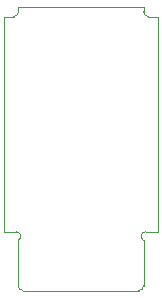
<source format=gbr>
%TF.GenerationSoftware,KiCad,Pcbnew,9.0.1*%
%TF.CreationDate,2025-07-17T15:45:22-04:00*%
%TF.ProjectId,flowstick_main_pcb,666c6f77-7374-4696-936b-5f6d61696e5f,rev?*%
%TF.SameCoordinates,Original*%
%TF.FileFunction,Profile,NP*%
%FSLAX46Y46*%
G04 Gerber Fmt 4.6, Leading zero omitted, Abs format (unit mm)*
G04 Created by KiCad (PCBNEW 9.0.1) date 2025-07-17 15:45:22*
%MOMM*%
%LPD*%
G01*
G04 APERTURE LIST*
%TA.AperFunction,Profile*%
%ADD10C,0.050000*%
%TD*%
G04 APERTURE END LIST*
D10*
X156500000Y-76800000D02*
X155700000Y-76800000D01*
X155300000Y-95746410D02*
G75*
G02*
X155500000Y-95000000I200000J346410D01*
G01*
X155300000Y-76000000D02*
X144700000Y-76000000D01*
X145100000Y-100000000D02*
G75*
G02*
X144700000Y-99600000I0J400000D01*
G01*
X144700000Y-76400000D02*
G75*
G02*
X144300000Y-76800000I-400000J0D01*
G01*
X156500000Y-95000000D02*
X156500000Y-76800000D01*
X143500000Y-76800000D02*
X143500000Y-95000000D01*
X144700000Y-76000000D02*
X144700000Y-76400000D01*
X144700000Y-95746410D02*
X144700000Y-99600000D01*
X144500000Y-95000000D02*
G75*
G02*
X144700000Y-95746410I0J-400000D01*
G01*
X145100000Y-100000000D02*
X154900000Y-100000000D01*
X155700000Y-76800000D02*
G75*
G02*
X155300000Y-76400000I0J400000D01*
G01*
X155300000Y-99600000D02*
X155300000Y-95746409D01*
X144300000Y-76800000D02*
X143500000Y-76800000D01*
X155500000Y-95000000D02*
X156500000Y-95000000D01*
X155300000Y-76400000D02*
X155300000Y-76000000D01*
X143500000Y-95000000D02*
X144500000Y-95000000D01*
X155300000Y-99600000D02*
G75*
G02*
X154900000Y-100000000I-400000J0D01*
G01*
M02*

</source>
